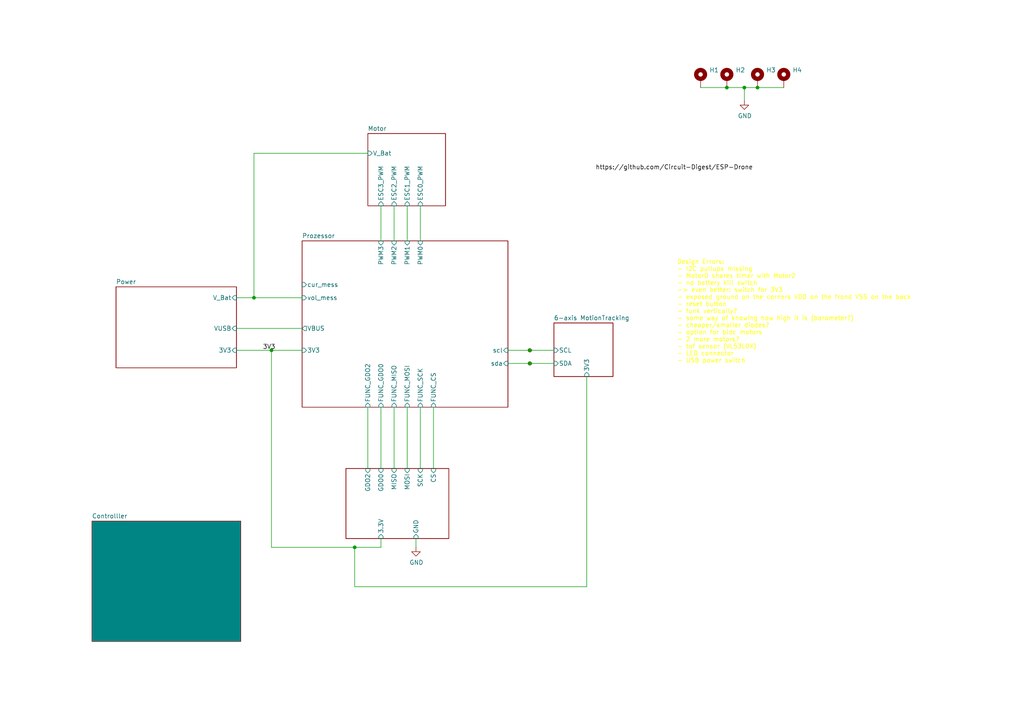
<source format=kicad_sch>
(kicad_sch (version 20231120) (generator "eeschema") (generator_version "8.0")
  (paper "A4")
  (lib_symbols
    (symbol "Connector:TestPoint_Small" (pin_numbers hide) (pin_names (offset 0.762) hide)
      (property "Reference" "TP" (at 0 3.81 0))
      (property "Value" "TestPoint_Small" (at 0 2.032 0))
      (symbol "TestPoint_Small_0_1"
        (circle (center 0 0) (radius 0.508))
      )
      (symbol "TestPoint_Small_1_1"
        (pin passive line (at 0 0 90) (length 0) (name "1") (number "1"))
      )
    )
    (symbol "Mechanical:MountingHole_Pad" (pin_numbers hide) (pin_names (offset 1.016) hide)
      (property "Reference" "H" (at 0 6.35 0))
      (property "Value" "MountingHole_Pad" (at 0 4.445 0))
      (symbol "MountingHole_Pad_0_1"
        (circle (center 0 1.27) (radius 1.27) (stroke (width 1.27)))
      )
      (symbol "MountingHole_Pad_1_1"
        (pin input line (at 0 -2.54 90) (length 2.54) (name "1") (number "1"))
      )
    )
    (symbol "power:GND" (power) (pin_names (offset 0))
      (property "Value" "GND" (at 0 -3.81 0))
      (symbol "GND_0_1"
        (polyline (pts (xy 0 0) (xy 0 -1.27) (xy 1.27 -1.27) (xy 0 -2.54) (xy -1.27 -1.27) (xy 0 -1.27)))
      )
      (symbol "GND_1_1"
        (pin power_in line (at 0 0 270) (length 0) hide (name "GND") (number "1"))
      )
    )
  )
  (junction (at 78.74 101.6))
  (junction (at 102.87 158.75))
  (junction (at 73.66 86.36))
  (junction (at 153.67 101.6))
  (junction (at 153.67 105.41))
  (junction (at 215.9 25.4))
  (junction (at 219.71 25.4))
  (junction (at 210.82 25.4))
  (wire (pts (xy 120.65 156.21) (xy 120.65 158.75)))
  (wire (pts (xy 170.18 109.22) (xy 170.18 170.18)))
  (wire (pts (xy 153.67 105.41) (xy 160.655 105.41)))
  (wire (pts (xy 203.2 25.4) (xy 210.82 25.4)))
  (wire (pts (xy 153.67 101.6) (xy 160.655 101.6)))
  (wire (pts (xy 114.3 118.11) (xy 114.3 135.89)))
  (wire (pts (xy 147.32 105.41) (xy 153.67 105.41)))
  (wire (pts (xy 210.82 25.4) (xy 215.9 25.4)))
  (wire (pts (xy 147.32 101.6) (xy 153.67 101.6)))
  (wire (pts (xy 110.49 158.75) (xy 102.87 158.75)))
  (wire (pts (xy 170.18 170.18) (xy 102.87 170.18)))
  (wire (pts (xy 215.9 25.4) (xy 219.71 25.4)))
  (wire (pts (xy 68.58 101.6) (xy 78.74 101.6)))
  (wire (pts (xy 125.73 118.11) (xy 125.73 135.89)))
  (wire (pts (xy 102.87 170.18) (xy 102.87 158.75)))
  (wire (pts (xy 68.58 95.25) (xy 87.63 95.25)))
  (wire (pts (xy 106.68 118.11) (xy 106.68 135.89)))
  (wire (pts (xy 219.71 25.4) (xy 227.33 25.4)))
  (wire (pts (xy 102.87 158.75) (xy 78.74 158.75)))
  (wire (pts (xy 78.74 101.6) (xy 87.63 101.6)))
  (wire (pts (xy 78.74 158.75) (xy 78.74 101.6)))
  (wire (pts (xy 73.66 44.45) (xy 73.66 86.36)))
  (wire (pts (xy 118.11 59.69) (xy 118.11 69.85)))
  (wire (pts (xy 121.92 59.69) (xy 121.92 69.85)))
  (wire (pts (xy 110.49 118.11) (xy 110.49 135.89)))
  (wire (pts (xy 68.58 86.36) (xy 73.66 86.36)))
  (wire (pts (xy 106.68 44.45) (xy 73.66 44.45)))
  (wire (pts (xy 114.3 59.69) (xy 114.3 69.85)))
  (wire (pts (xy 110.49 59.69) (xy 110.49 69.85)))
  (wire (pts (xy 121.92 118.11) (xy 121.92 135.89)))
  (wire (pts (xy 73.66 86.36) (xy 87.63 86.36)))
  (wire (pts (xy 110.49 156.21) (xy 110.49 158.75)))
  (wire (pts (xy 215.9 25.4) (xy 215.9 29.21)))
  (wire (pts (xy 118.11 118.11) (xy 118.11 135.89)))
  (text "Design Errors:\n- I2C pullups missing\n- Motor0 shares timer with Motor2\n- no battery kill switch\n-> even better: switch for 3V3\n- exposed ground on the corners VDD on the frond VSS on the back\n- reset button\n- funk vertically?\n- some way of knowing how high it is (barometer?)\n- cheaper/smaller diodes?\n- option for bldc motors\n- 2 more motors?\n- tof sensor (VL53L0X)\n- LED connector\n- USB power switch" (at 196.342 90.424 0) (effects (font (size 1.27 1.27)) (justify left)))
  (label "https:{slash}{slash}github.com{slash}Circuit-Digest{slash}ESP-Drone" (at 172.72 49.53 0))
  (label "3V3" (at 76.2 101.6 0))
  (symbol (lib_id "Mechanical:MountingHole_Pad") (at 219.71 22.86 0) (unit 1)
    (property "Reference" "H3" (at 222.25 20.3199 0) (effects (justify left)))
    (property "Value" "MountingHole_Pad" (effects (hide yes)))
    (property "Footprint" "MountingHole:MountingHole_2.7mm_Pad_Via" (effects (hide yes)))
    (property "Description" "Mounting Hole with connection" (effects (hide yes)))
  )
  (symbol (lib_id "Mechanical:MountingHole_Pad") (at 203.2 22.86 0) (unit 1)
    (property "Reference" "H1" (at 205.74 20.3199 0) (effects (justify left)))
    (property "Value" "MountingHole_Pad" (effects (hide yes)))
    (property "Footprint" "MountingHole:MountingHole_2.7mm_Pad_Via" (effects (hide yes)))
    (property "Description" "Mounting Hole with connection" (effects (hide yes)))
  )
  (symbol (lib_id "Connector:TestPoint_Small") (at 153.67 101.6 0) (unit 1)
    (property "Reference" "TP1" (effects (hide yes)))
    (property "Value" "TestPoint_Small" (effects (hide yes)))
    (property "Footprint" "TestPoint:TestPoint_Pad_D1.0mm" (effects (hide yes)))
    (property "Description" "test point" (effects (hide yes)))
  )
  (symbol (lib_id "Mechanical:MountingHole_Pad") (at 210.82 22.86 0) (unit 1)
    (property "Reference" "H2" (at 213.36 20.3199 0) (effects (justify left)))
    (property "Value" "MountingHole_Pad" (effects (hide yes)))
    (property "Footprint" "MountingHole:MountingHole_2.7mm_Pad_Via" (effects (hide yes)))
    (property "Description" "Mounting Hole with connection" (effects (hide yes)))
  )
  (symbol (lib_id "Mechanical:MountingHole_Pad") (at 227.33 22.86 0) (unit 1)
    (property "Reference" "H4" (at 229.87 20.3199 0) (effects (justify left)))
    (property "Value" "MountingHole_Pad" (effects (hide yes)))
    (property "Footprint" "MountingHole:MountingHole_2.7mm_Pad_Via" (effects (hide yes)))
    (property "Description" "Mounting Hole with connection" (effects (hide yes)))
  )
  (symbol (lib_id "power:GND") (at 120.65 158.75 0) (unit 1)
    (property "Reference" "#PWR01" (effects (hide yes)))
    (property "Value" "GND" (at 120.777 163.1442 0))
  )
  (symbol (lib_id "power:GND") (at 215.9 29.21 0) (unit 1)
    (property "Reference" "#PWR02" (effects (hide yes)))
    (property "Value" "GND" (at 216.027 33.6042 0))
  )
  (symbol (lib_id "Connector:TestPoint_Small") (at 153.67 105.41 0) (unit 1)
    (property "Reference" "TP2" (effects (hide yes)))
    (property "Value" "TestPoint_Small" (effects (hide yes)))
    (property "Footprint" "TestPoint:TestPoint_Pad_D1.0mm" (effects (hide yes)))
    (property "Description" "test point" (effects (hide yes)))
  )
  (sheet (at 87.63 69.85) (size 59.69 48.26) (stroke (width 0.1524))
    (property "Sheetname" "Prozessor" (at 87.63 69.1384 0) (effects (justify left bottom)))
    (property "Sheetfile" "Prozessor.kicad_sch" (effects (hide yes)))
    (pin "3V3" input (at 87.63 101.6 180))
    (pin "VBUS" output (at 87.63 95.25 180))
    (pin "cur_mess" input (at 87.63 82.55 180))
    (pin "vol_mess" input (at 87.63 86.36 180))
    (pin "FUNC_GDO2" input (at 106.68 118.11 270))
    (pin "FUNC_MISO" input (at 114.3 118.11 270))
    (pin "FUNC_GDO0" input (at 110.49 118.11 270))
    (pin "FUNC_MOSI" input (at 118.11 118.11 270))
    (pin "FUNC_SCK" input (at 121.92 118.11 270))
    (pin "FUNC_CS" input (at 125.73 118.11 270))
    (pin "sda" input (at 147.32 105.41 0))
    (pin "scl" input (at 147.32 101.6 0))
    (pin "PWM3" input (at 110.49 69.85 90))
    (pin "PWM0" input (at 121.92 69.85 90))
    (pin "PWM2" input (at 114.3 69.85 90))
    (pin "PWM1" input (at 118.11 69.85 90))
  )
  (sheet (at 26.67 151.13) (size 43.18 34.925) (stroke (width 0.1524)) (fill (color 0 132 132 1.0000))
    (property "Sheetname" "Controlller" (at 26.67 150.4184 0) (effects (justify left bottom)))
    (property "Sheetfile" "Controlller.kicad_sch" (effects (hide yes)))
  )
  (sheet (at 160.655 93.6625) (size 17.145 15.5575) (stroke (width 0.1524))
    (property "Sheetname" "6-axis MotionTracking" (at 160.655 92.9509 0) (effects (justify left bottom)))
    (property "Sheetfile" "6-axis MotionTracking.kicad_sch" (effects (hide yes)))
    (pin "SCL" input (at 160.655 101.6 180))
    (pin "SDA" input (at 160.655 105.41 180))
    (pin "3V3" input (at 170.18 109.22 270))
  )
  (sheet (at 33.655 83.185) (size 34.925 23.495) (stroke (width 0.1524))
    (property "Sheetname" "Power" (at 33.655 82.4734 0) (effects (justify left bottom)))
    (property "Sheetfile" "Power.kicad_sch" (effects (hide yes)))
    (pin "V_Bat" input (at 68.58 86.36 0))
    (pin "3V3" input (at 68.58 101.6 0))
    (pin "VUSB" input (at 68.58 95.25 0))
  )
  (sheet (at 100.33 135.89) (size 29.845 20.32) (stroke (width 0.1524))
    (property "Sheetname" "Funk" (effects (hide yes)))
    (property "Sheetfile" "Funk.kicad_sch" (effects (hide yes)))
    (pin "SCK" input (at 121.92 135.89 90))
    (pin "MISO" input (at 114.3 135.89 90))
    (pin "MOSI" input (at 118.11 135.89 90))
    (pin "CS" input (at 125.73 135.89 90))
    (pin "GND" input (at 120.65 156.21 270))
    (pin "3.3V" input (at 110.49 156.21 270))
    (pin "GDO0" input (at 110.49 135.89 90))
    (pin "GDO2" input (at 106.68 135.89 90))
  )
  (sheet (at 106.68 38.735) (size 22.5425 20.955) (stroke (width 0.1524))
    (property "Sheetname" "Motor" (at 106.68 38.0234 0) (effects (justify left bottom)))
    (property "Sheetfile" "Motors.kicad_sch" (effects (hide yes)))
    (pin "ESC0_PWM" input (at 121.92 59.69 270))
    (pin "ESC3_PWM" input (at 110.49 59.69 270))
    (pin "ESC1_PWM" input (at 118.11 59.69 270))
    (pin "ESC2_PWM" input (at 114.3 59.69 270))
    (pin "V_Bat" input (at 106.68 44.45 180))
  )
)
</source>
